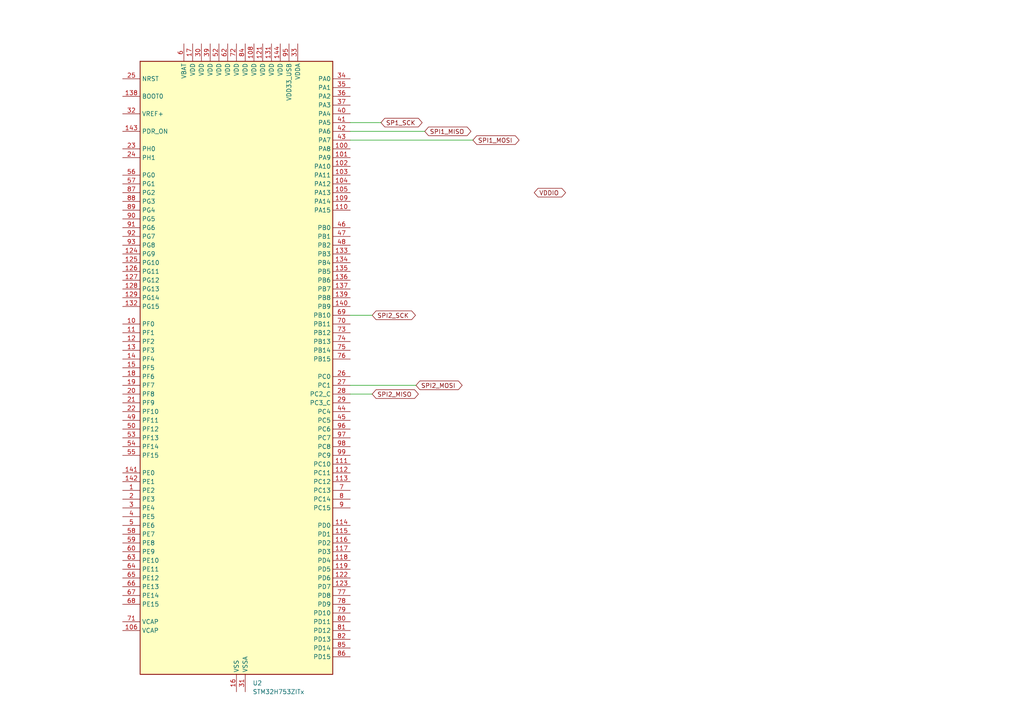
<source format=kicad_sch>
(kicad_sch (version 20250114) (generator "eeschema") (generator_version "9.0")
  (paper "A4")
  (lib_symbols
    (symbol "MCU_ST_STM32H7:STM32H753ZITx"
      (property "Reference" "U" (at -27.94 90.17 0))
      (property "Value" "STM32H753ZITx" (at 20.32 90.17 0))
      (symbol "STM32H753ZITx_0_1"
        (rectangle (start -27.94 -88.9) (end 27.94 88.9) (stroke (width 0.254)) (fill (type background)))
      )
      (symbol "STM32H753ZITx_1_1"
        (pin input line (at -33.02 83.82 0) (length 5.08) (name "NRST") (number "25"))
        (pin input line (at -33.02 78.74 0) (length 5.08) (name "BOOT0") (number "138"))
        (pin input line (at -33.02 73.66 0) (length 5.08) (name "VREF+") (number "32"))
        (pin input line (at -33.02 68.58 0) (length 5.08) (name "PDR_ON") (number "143"))
        (pin bidirectional line (at -33.02 63.5 0) (length 5.08) (name "PH0") (number "23"))
        (pin bidirectional line (at -33.02 60.96 0) (length 5.08) (name "PH1") (number "24"))
        (pin bidirectional line (at -33.02 55.88 0) (length 5.08) (name "PG0") (number "56"))
        (pin bidirectional line (at -33.02 53.34 0) (length 5.08) (name "PG1") (number "57"))
        (pin bidirectional line (at -33.02 50.8 0) (length 5.08) (name "PG2") (number "87"))
        (pin bidirectional line (at -33.02 48.26 0) (length 5.08) (name "PG3") (number "88"))
        (pin bidirectional line (at -33.02 45.72 0) (length 5.08) (name "PG4") (number "89"))
        (pin bidirectional line (at -33.02 43.18 0) (length 5.08) (name "PG5") (number "90"))
        (pin bidirectional line (at -33.02 40.64 0) (length 5.08) (name "PG6") (number "91"))
        (pin bidirectional line (at -33.02 38.1 0) (length 5.08) (name "PG7") (number "92"))
        (pin bidirectional line (at -33.02 35.56 0) (length 5.08) (name "PG8") (number "93"))
        (pin bidirectional line (at -33.02 33.02 0) (length 5.08) (name "PG9") (number "124"))
        (pin bidirectional line (at -33.02 30.48 0) (length 5.08) (name "PG10") (number "125"))
        (pin bidirectional line (at -33.02 27.94 0) (length 5.08) (name "PG11") (number "126"))
        (pin bidirectional line (at -33.02 25.4 0) (length 5.08) (name "PG12") (number "127"))
        (pin bidirectional line (at -33.02 22.86 0) (length 5.08) (name "PG13") (number "128"))
        (pin bidirectional line (at -33.02 20.32 0) (length 5.08) (name "PG14") (number "129"))
        (pin bidirectional line (at -33.02 17.78 0) (length 5.08) (name "PG15") (number "132"))
        (pin bidirectional line (at -33.02 12.7 0) (length 5.08) (name "PF0") (number "10"))
        (pin bidirectional line (at -33.02 10.16 0) (length 5.08) (name "PF1") (number "11"))
        (pin bidirectional line (at -33.02 7.62 0) (length 5.08) (name "PF2") (number "12"))
        (pin bidirectional line (at -33.02 5.08 0) (length 5.08) (name "PF3") (number "13"))
        (pin bidirectional line (at -33.02 2.54 0) (length 5.08) (name "PF4") (number "14"))
        (pin bidirectional line (at -33.02 0 0) (length 5.08) (name "PF5") (number "15"))
        (pin bidirectional line (at -33.02 -2.54 0) (length 5.08) (name "PF6") (number "18"))
        (pin bidirectional line (at -33.02 -5.08 0) (length 5.08) (name "PF7") (number "19"))
        (pin bidirectional line (at -33.02 -7.62 0) (length 5.08) (name "PF8") (number "20"))
        (pin bidirectional line (at -33.02 -10.16 0) (length 5.08) (name "PF9") (number "21"))
        (pin bidirectional line (at -33.02 -12.7 0) (length 5.08) (name "PF10") (number "22"))
        (pin bidirectional line (at -33.02 -15.24 0) (length 5.08) (name "PF11") (number "49"))
        (pin bidirectional line (at -33.02 -17.78 0) (length 5.08) (name "PF12") (number "50"))
        (pin bidirectional line (at -33.02 -20.32 0) (length 5.08) (name "PF13") (number "53"))
        (pin bidirectional line (at -33.02 -22.86 0) (length 5.08) (name "PF14") (number "54"))
        (pin bidirectional line (at -33.02 -25.4 0) (length 5.08) (name "PF15") (number "55"))
        (pin bidirectional line (at -33.02 -30.48 0) (length 5.08) (name "PE0") (number "141"))
        (pin bidirectional line (at -33.02 -33.02 0) (length 5.08) (name "PE1") (number "142"))
        (pin bidirectional line (at -33.02 -35.56 0) (length 5.08) (name "PE2") (number "1"))
        (pin bidirectional line (at -33.02 -38.1 0) (length 5.08) (name "PE3") (number "2"))
        (pin bidirectional line (at -33.02 -40.64 0) (length 5.08) (name "PE4") (number "3"))
        (pin bidirectional line (at -33.02 -43.18 0) (length 5.08) (name "PE5") (number "4"))
        (pin bidirectional line (at -33.02 -45.72 0) (length 5.08) (name "PE6") (number "5"))
        (pin bidirectional line (at -33.02 -48.26 0) (length 5.08) (name "PE7") (number "58"))
        (pin bidirectional line (at -33.02 -50.8 0) (length 5.08) (name "PE8") (number "59"))
        (pin bidirectional line (at -33.02 -53.34 0) (length 5.08) (name "PE9") (number "60"))
        (pin bidirectional line (at -33.02 -55.88 0) (length 5.08) (name "PE10") (number "63"))
        (pin bidirectional line (at -33.02 -58.42 0) (length 5.08) (name "PE11") (number "64"))
        (pin bidirectional line (at -33.02 -60.96 0) (length 5.08) (name "PE12") (number "65"))
        (pin bidirectional line (at -33.02 -63.5 0) (length 5.08) (name "PE13") (number "66"))
        (pin bidirectional line (at -33.02 -66.04 0) (length 5.08) (name "PE14") (number "67"))
        (pin bidirectional line (at -33.02 -68.58 0) (length 5.08) (name "PE15") (number "68"))
        (pin power_out line (at -33.02 -73.66 0) (length 5.08) (name "VCAP") (number "71"))
        (pin power_out line (at -33.02 -76.2 0) (length 5.08) (name "VCAP") (number "106"))
        (pin power_in line (at -15.24 93.98 270) (length 5.08) (name "VBAT") (number "6"))
        (pin power_in line (at -12.7 93.98 270) (length 5.08) (name "VDD") (number "17"))
        (pin power_in line (at -10.16 93.98 270) (length 5.08) (name "VDD") (number "30"))
        (pin power_in line (at -7.62 93.98 270) (length 5.08) (name "VDD") (number "39"))
        (pin power_in line (at -5.08 93.98 270) (length 5.08) (name "VDD") (number "52"))
        (pin power_in line (at -2.54 93.98 270) (length 5.08) (name "VDD") (number "62"))
        (pin power_in line (at 0 93.98 270) (length 5.08) (name "VDD") (number "72"))
        (pin passive line (at 0 -93.98 90) (length 5.08) (hide yes) (name "VSS") (number "107"))
        (pin passive line (at 0 -93.98 90) (length 5.08) (hide yes) (name "VSS") (number "120"))
        (pin passive line (at 0 -93.98 90) (length 5.08) (hide yes) (name "VSS") (number "130"))
        (pin power_in line (at 0 -93.98 90) (length 5.08) (name "VSS") (number "16"))
        (pin passive line (at 0 -93.98 90) (length 5.08) (hide yes) (name "VSS") (number "38"))
        (pin passive line (at 0 -93.98 90) (length 5.08) (hide yes) (name "VSS") (number "51"))
        (pin passive line (at 0 -93.98 90) (length 5.08) (hide yes) (name "VSS") (number "61"))
        (pin passive line (at 0 -93.98 90) (length 5.08) (hide yes) (name "VSS") (number "83"))
        (pin passive line (at 0 -93.98 90) (length 5.08) (hide yes) (name "VSS") (number "94"))
        (pin power_in line (at 2.54 93.98 270) (length 5.08) (name "VDD") (number "84"))
        (pin power_in line (at 2.54 -93.98 90) (length 5.08) (name "VSSA") (number "31"))
        (pin power_in line (at 5.08 93.98 270) (length 5.08) (name "VDD") (number "108"))
        (pin power_in line (at 7.62 93.98 270) (length 5.08) (name "VDD") (number "121"))
        (pin power_in line (at 10.16 93.98 270) (length 5.08) (name "VDD") (number "131"))
        (pin power_in line (at 12.7 93.98 270) (length 5.08) (name "VDD") (number "144"))
        (pin power_in line (at 15.24 93.98 270) (length 5.08) (name "VDD33_USB") (number "95"))
        (pin power_in line (at 17.78 93.98 270) (length 5.08) (name "VDDA") (number "33"))
        (pin bidirectional line (at 33.02 83.82 180) (length 5.08) (name "PA0") (number "34"))
        (pin bidirectional line (at 33.02 81.28 180) (length 5.08) (name "PA1") (number "35"))
        (pin bidirectional line (at 33.02 78.74 180) (length 5.08) (name "PA2") (number "36"))
        (pin bidirectional line (at 33.02 76.2 180) (length 5.08) (name "PA3") (number "37"))
        (pin bidirectional line (at 33.02 73.66 180) (length 5.08) (name "PA4") (number "40"))
        (pin bidirectional line (at 33.02 71.12 180) (length 5.08) (name "PA5") (number "41"))
        (pin bidirectional line (at 33.02 68.58 180) (length 5.08) (name "PA6") (number "42"))
        (pin bidirectional line (at 33.02 66.04 180) (length 5.08) (name "PA7") (number "43"))
        (pin bidirectional line (at 33.02 63.5 180) (length 5.08) (name "PA8") (number "100"))
        (pin bidirectional line (at 33.02 60.96 180) (length 5.08) (name "PA9") (number "101"))
        (pin bidirectional line (at 33.02 58.42 180) (length 5.08) (name "PA10") (number "102"))
        (pin bidirectional line (at 33.02 55.88 180) (length 5.08) (name "PA11") (number "103"))
        (pin bidirectional line (at 33.02 53.34 180) (length 5.08) (name "PA12") (number "104"))
        (pin bidirectional line (at 33.02 50.8 180) (length 5.08) (name "PA13") (number "105"))
        (pin bidirectional line (at 33.02 48.26 180) (length 5.08) (name "PA14") (number "109"))
        (pin bidirectional line (at 33.02 45.72 180) (length 5.08) (name "PA15") (number "110"))
        (pin bidirectional line (at 33.02 40.64 180) (length 5.08) (name "PB0") (number "46"))
        (pin bidirectional line (at 33.02 38.1 180) (length 5.08) (name "PB1") (number "47"))
        (pin bidirectional line (at 33.02 35.56 180) (length 5.08) (name "PB2") (number "48"))
        (pin bidirectional line (at 33.02 33.02 180) (length 5.08) (name "PB3") (number "133"))
        (pin bidirectional line (at 33.02 30.48 180) (length 5.08) (name "PB4") (number "134"))
        (pin bidirectional line (at 33.02 27.94 180) (length 5.08) (name "PB5") (number "135"))
        (pin bidirectional line (at 33.02 25.4 180) (length 5.08) (name "PB6") (number "136"))
        (pin bidirectional line (at 33.02 22.86 180) (length 5.08) (name "PB7") (number "137"))
        (pin bidirectional line (at 33.02 20.32 180) (length 5.08) (name "PB8") (number "139"))
        (pin bidirectional line (at 33.02 17.78 180) (length 5.08) (name "PB9") (number "140"))
        (pin bidirectional line (at 33.02 15.24 180) (length 5.08) (name "PB10") (number "69"))
        (pin bidirectional line (at 33.02 12.7 180) (length 5.08) (name "PB11") (number "70"))
        (pin bidirectional line (at 33.02 10.16 180) (length 5.08) (name "PB12") (number "73"))
        (pin bidirectional line (at 33.02 7.62 180) (length 5.08) (name "PB13") (number "74"))
        (pin bidirectional line (at 33.02 5.08 180) (length 5.08) (name "PB14") (number "75"))
        (pin bidirectional line (at 33.02 2.54 180) (length 5.08) (name "PB15") (number "76"))
        (pin bidirectional line (at 33.02 -2.54 180) (length 5.08) (name "PC0") (number "26"))
        (pin bidirectional line (at 33.02 -5.08 180) (length 5.08) (name "PC1") (number "27"))
        (pin bidirectional line (at 33.02 -7.62 180) (length 5.08) (name "PC2_C") (number "28"))
        (pin bidirectional line (at 33.02 -10.16 180) (length 5.08) (name "PC3_C") (number "29"))
        (pin bidirectional line (at 33.02 -12.7 180) (length 5.08) (name "PC4") (number "44"))
        (pin bidirectional line (at 33.02 -15.24 180) (length 5.08) (name "PC5") (number "45"))
        (pin bidirectional line (at 33.02 -17.78 180) (length 5.08) (name "PC6") (number "96"))
        (pin bidirectional line (at 33.02 -20.32 180) (length 5.08) (name "PC7") (number "97"))
        (pin bidirectional line (at 33.02 -22.86 180) (length 5.08) (name "PC8") (number "98"))
        (pin bidirectional line (at 33.02 -25.4 180) (length 5.08) (name "PC9") (number "99"))
        (pin bidirectional line (at 33.02 -27.94 180) (length 5.08) (name "PC10") (number "111"))
        (pin bidirectional line (at 33.02 -30.48 180) (length 5.08) (name "PC11") (number "112"))
        (pin bidirectional line (at 33.02 -33.02 180) (length 5.08) (name "PC12") (number "113"))
        (pin bidirectional line (at 33.02 -35.56 180) (length 5.08) (name "PC13") (number "7"))
        (pin bidirectional line (at 33.02 -38.1 180) (length 5.08) (name "PC14") (number "8"))
        (pin bidirectional line (at 33.02 -40.64 180) (length 5.08) (name "PC15") (number "9"))
        (pin bidirectional line (at 33.02 -45.72 180) (length 5.08) (name "PD0") (number "114"))
        (pin bidirectional line (at 33.02 -48.26 180) (length 5.08) (name "PD1") (number "115"))
        (pin bidirectional line (at 33.02 -50.8 180) (length 5.08) (name "PD2") (number "116"))
        (pin bidirectional line (at 33.02 -53.34 180) (length 5.08) (name "PD3") (number "117"))
        (pin bidirectional line (at 33.02 -55.88 180) (length 5.08) (name "PD4") (number "118"))
        (pin bidirectional line (at 33.02 -58.42 180) (length 5.08) (name "PD5") (number "119"))
        (pin bidirectional line (at 33.02 -60.96 180) (length 5.08) (name "PD6") (number "122"))
        (pin bidirectional line (at 33.02 -63.5 180) (length 5.08) (name "PD7") (number "123"))
        (pin bidirectional line (at 33.02 -66.04 180) (length 5.08) (name "PD8") (number "77"))
        (pin bidirectional line (at 33.02 -68.58 180) (length 5.08) (name "PD9") (number "78"))
        (pin bidirectional line (at 33.02 -71.12 180) (length 5.08) (name "PD10") (number "79"))
        (pin bidirectional line (at 33.02 -73.66 180) (length 5.08) (name "PD11") (number "80"))
        (pin bidirectional line (at 33.02 -76.2 180) (length 5.08) (name "PD12") (number "81"))
        (pin bidirectional line (at 33.02 -78.74 180) (length 5.08) (name "PD13") (number "82"))
        (pin bidirectional line (at 33.02 -81.28 180) (length 5.08) (name "PD14") (number "85"))
        (pin bidirectional line (at 33.02 -83.82 180) (length 5.08) (name "PD15") (number "86"))
      )
    )
  )
  (wire (pts (xy 101.6 111.76) (xy 120.65 111.76)))
  (wire (pts (xy 101.6 40.64) (xy 137.16 40.64)))
  (wire (pts (xy 110.49 35.56) (xy 101.6 35.56)))
  (wire (pts (xy 101.6 91.44) (xy 107.95 91.44)))
  (wire (pts (xy 101.6 114.3) (xy 107.95 114.3)))
  (wire (pts (xy 101.6 38.1) (xy 123.19 38.1)))
  (global_label "SPI2_SCK" (shape bidirectional) (at 107.95 91.44 0) (property "Intersheetrefs" "${INTERSHEET_REFS}" (effects (hide yes))))
  (global_label "VDDIO" (shape bidirectional) (at 154.94 55.88 0) (property "Intersheetrefs" "${INTERSHEET_REFS}" (effects (hide yes))))
  (global_label "SP1_SCK" (shape bidirectional) (at 110.49 35.56 0) (property "Intersheetrefs" "${INTERSHEET_REFS}" (effects (hide yes))))
  (global_label "SPI1_MISO" (shape bidirectional) (at 123.19 38.1 0) (property "Intersheetrefs" "${INTERSHEET_REFS}" (effects (hide yes))))
  (global_label "SPI2_MISO" (shape bidirectional) (at 107.95 114.3 0) (property "Intersheetrefs" "${INTERSHEET_REFS}" (effects (hide yes))))
  (global_label "SPI1_MOSI" (shape bidirectional) (at 137.16 40.64 0) (property "Intersheetrefs" "${INTERSHEET_REFS}" (effects (hide yes))))
  (global_label "SPI2_MOSI" (shape bidirectional) (at 120.65 111.76 0) (property "Intersheetrefs" "${INTERSHEET_REFS}" (effects (hide yes))))
  (symbol (lib_id "MCU_ST_STM32H7:STM32H753ZITx") (at 68.58 106.68 0) (unit 1)
    (property "Reference" "U2" (at 73.2633 198.12 0) (effects (justify left)))
    (property "Value" "STM32H753ZITx" (at 73.2633 200.66 0) (effects (justify left)))
    (property "Footprint" "Package_QFP:LQFP-144_20x20mm_P0.5mm" (effects (hide yes)))
    (property "Datasheet" "https://www.st.com/resource/en/datasheet/stm32h753zi.pdf" (effects (hide yes)))
    (property "Description" "STMicroelectronics Arm Cortex-M7 MCU, 2048KB flash, 1024KB RAM, 480 MHz, 1.62-3.6V, 114 GPIO, LQFP144" (effects (hide yes)))
  )
)
</source>
